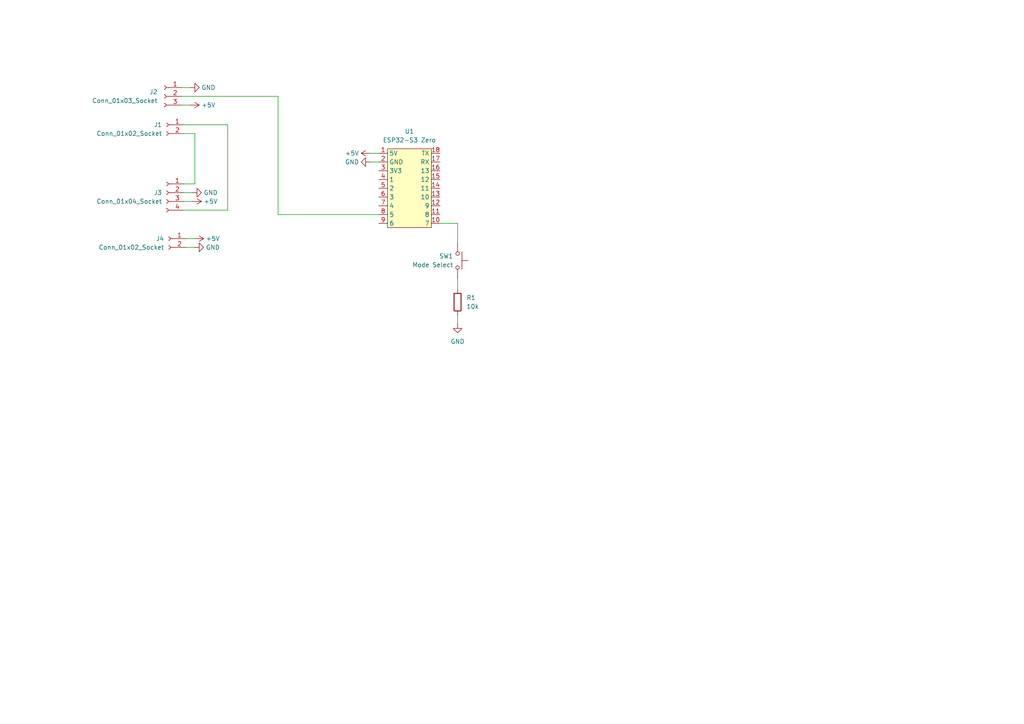
<source format=kicad_sch>
(kicad_sch
	(version 20231120)
	(generator "eeschema")
	(generator_version "8.0")
	(uuid "12834c99-afa6-4024-bfc5-9693ad32b6aa")
	(paper "A4")
	(lib_symbols
		(symbol "Connector:Conn_01x02_Socket"
			(pin_names
				(offset 1.016) hide)
			(exclude_from_sim no)
			(in_bom yes)
			(on_board yes)
			(property "Reference" "J"
				(at 0 2.54 0)
				(effects
					(font
						(size 1.27 1.27)
					)
				)
			)
			(property "Value" "Conn_01x02_Socket"
				(at 0 -5.08 0)
				(effects
					(font
						(size 1.27 1.27)
					)
				)
			)
			(property "Footprint" ""
				(at 0 0 0)
				(effects
					(font
						(size 1.27 1.27)
					)
					(hide yes)
				)
			)
			(property "Datasheet" "~"
				(at 0 0 0)
				(effects
					(font
						(size 1.27 1.27)
					)
					(hide yes)
				)
			)
			(property "Description" "Generic connector, single row, 01x02, script generated"
				(at 0 0 0)
				(effects
					(font
						(size 1.27 1.27)
					)
					(hide yes)
				)
			)
			(property "ki_locked" ""
				(at 0 0 0)
				(effects
					(font
						(size 1.27 1.27)
					)
				)
			)
			(property "ki_keywords" "connector"
				(at 0 0 0)
				(effects
					(font
						(size 1.27 1.27)
					)
					(hide yes)
				)
			)
			(property "ki_fp_filters" "Connector*:*_1x??_*"
				(at 0 0 0)
				(effects
					(font
						(size 1.27 1.27)
					)
					(hide yes)
				)
			)
			(symbol "Conn_01x02_Socket_1_1"
				(arc
					(start 0 -2.032)
					(mid -0.5058 -2.54)
					(end 0 -3.048)
					(stroke
						(width 0.1524)
						(type default)
					)
					(fill
						(type none)
					)
				)
				(polyline
					(pts
						(xy -1.27 -2.54) (xy -0.508 -2.54)
					)
					(stroke
						(width 0.1524)
						(type default)
					)
					(fill
						(type none)
					)
				)
				(polyline
					(pts
						(xy -1.27 0) (xy -0.508 0)
					)
					(stroke
						(width 0.1524)
						(type default)
					)
					(fill
						(type none)
					)
				)
				(arc
					(start 0 0.508)
					(mid -0.5058 0)
					(end 0 -0.508)
					(stroke
						(width 0.1524)
						(type default)
					)
					(fill
						(type none)
					)
				)
				(pin passive line
					(at -5.08 0 0)
					(length 3.81)
					(name "Pin_1"
						(effects
							(font
								(size 1.27 1.27)
							)
						)
					)
					(number "1"
						(effects
							(font
								(size 1.27 1.27)
							)
						)
					)
				)
				(pin passive line
					(at -5.08 -2.54 0)
					(length 3.81)
					(name "Pin_2"
						(effects
							(font
								(size 1.27 1.27)
							)
						)
					)
					(number "2"
						(effects
							(font
								(size 1.27 1.27)
							)
						)
					)
				)
			)
		)
		(symbol "Connector:Conn_01x03_Socket"
			(pin_names
				(offset 1.016) hide)
			(exclude_from_sim no)
			(in_bom yes)
			(on_board yes)
			(property "Reference" "J"
				(at 0 5.08 0)
				(effects
					(font
						(size 1.27 1.27)
					)
				)
			)
			(property "Value" "Conn_01x03_Socket"
				(at 0 -5.08 0)
				(effects
					(font
						(size 1.27 1.27)
					)
				)
			)
			(property "Footprint" ""
				(at 0 0 0)
				(effects
					(font
						(size 1.27 1.27)
					)
					(hide yes)
				)
			)
			(property "Datasheet" "~"
				(at 0 0 0)
				(effects
					(font
						(size 1.27 1.27)
					)
					(hide yes)
				)
			)
			(property "Description" "Generic connector, single row, 01x03, script generated"
				(at 0 0 0)
				(effects
					(font
						(size 1.27 1.27)
					)
					(hide yes)
				)
			)
			(property "ki_locked" ""
				(at 0 0 0)
				(effects
					(font
						(size 1.27 1.27)
					)
				)
			)
			(property "ki_keywords" "connector"
				(at 0 0 0)
				(effects
					(font
						(size 1.27 1.27)
					)
					(hide yes)
				)
			)
			(property "ki_fp_filters" "Connector*:*_1x??_*"
				(at 0 0 0)
				(effects
					(font
						(size 1.27 1.27)
					)
					(hide yes)
				)
			)
			(symbol "Conn_01x03_Socket_1_1"
				(arc
					(start 0 -2.032)
					(mid -0.5058 -2.54)
					(end 0 -3.048)
					(stroke
						(width 0.1524)
						(type default)
					)
					(fill
						(type none)
					)
				)
				(polyline
					(pts
						(xy -1.27 -2.54) (xy -0.508 -2.54)
					)
					(stroke
						(width 0.1524)
						(type default)
					)
					(fill
						(type none)
					)
				)
				(polyline
					(pts
						(xy -1.27 0) (xy -0.508 0)
					)
					(stroke
						(width 0.1524)
						(type default)
					)
					(fill
						(type none)
					)
				)
				(polyline
					(pts
						(xy -1.27 2.54) (xy -0.508 2.54)
					)
					(stroke
						(width 0.1524)
						(type default)
					)
					(fill
						(type none)
					)
				)
				(arc
					(start 0 0.508)
					(mid -0.5058 0)
					(end 0 -0.508)
					(stroke
						(width 0.1524)
						(type default)
					)
					(fill
						(type none)
					)
				)
				(arc
					(start 0 3.048)
					(mid -0.5058 2.54)
					(end 0 2.032)
					(stroke
						(width 0.1524)
						(type default)
					)
					(fill
						(type none)
					)
				)
				(pin passive line
					(at -5.08 2.54 0)
					(length 3.81)
					(name "Pin_1"
						(effects
							(font
								(size 1.27 1.27)
							)
						)
					)
					(number "1"
						(effects
							(font
								(size 1.27 1.27)
							)
						)
					)
				)
				(pin passive line
					(at -5.08 0 0)
					(length 3.81)
					(name "Pin_2"
						(effects
							(font
								(size 1.27 1.27)
							)
						)
					)
					(number "2"
						(effects
							(font
								(size 1.27 1.27)
							)
						)
					)
				)
				(pin passive line
					(at -5.08 -2.54 0)
					(length 3.81)
					(name "Pin_3"
						(effects
							(font
								(size 1.27 1.27)
							)
						)
					)
					(number "3"
						(effects
							(font
								(size 1.27 1.27)
							)
						)
					)
				)
			)
		)
		(symbol "Connector:Conn_01x04_Socket"
			(pin_names
				(offset 1.016) hide)
			(exclude_from_sim no)
			(in_bom yes)
			(on_board yes)
			(property "Reference" "J"
				(at 0 5.08 0)
				(effects
					(font
						(size 1.27 1.27)
					)
				)
			)
			(property "Value" "Conn_01x04_Socket"
				(at 0 -7.62 0)
				(effects
					(font
						(size 1.27 1.27)
					)
				)
			)
			(property "Footprint" ""
				(at 0 0 0)
				(effects
					(font
						(size 1.27 1.27)
					)
					(hide yes)
				)
			)
			(property "Datasheet" "~"
				(at 0 0 0)
				(effects
					(font
						(size 1.27 1.27)
					)
					(hide yes)
				)
			)
			(property "Description" "Generic connector, single row, 01x04, script generated"
				(at 0 0 0)
				(effects
					(font
						(size 1.27 1.27)
					)
					(hide yes)
				)
			)
			(property "ki_locked" ""
				(at 0 0 0)
				(effects
					(font
						(size 1.27 1.27)
					)
				)
			)
			(property "ki_keywords" "connector"
				(at 0 0 0)
				(effects
					(font
						(size 1.27 1.27)
					)
					(hide yes)
				)
			)
			(property "ki_fp_filters" "Connector*:*_1x??_*"
				(at 0 0 0)
				(effects
					(font
						(size 1.27 1.27)
					)
					(hide yes)
				)
			)
			(symbol "Conn_01x04_Socket_1_1"
				(arc
					(start 0 -4.572)
					(mid -0.5058 -5.08)
					(end 0 -5.588)
					(stroke
						(width 0.1524)
						(type default)
					)
					(fill
						(type none)
					)
				)
				(arc
					(start 0 -2.032)
					(mid -0.5058 -2.54)
					(end 0 -3.048)
					(stroke
						(width 0.1524)
						(type default)
					)
					(fill
						(type none)
					)
				)
				(polyline
					(pts
						(xy -1.27 -5.08) (xy -0.508 -5.08)
					)
					(stroke
						(width 0.1524)
						(type default)
					)
					(fill
						(type none)
					)
				)
				(polyline
					(pts
						(xy -1.27 -2.54) (xy -0.508 -2.54)
					)
					(stroke
						(width 0.1524)
						(type default)
					)
					(fill
						(type none)
					)
				)
				(polyline
					(pts
						(xy -1.27 0) (xy -0.508 0)
					)
					(stroke
						(width 0.1524)
						(type default)
					)
					(fill
						(type none)
					)
				)
				(polyline
					(pts
						(xy -1.27 2.54) (xy -0.508 2.54)
					)
					(stroke
						(width 0.1524)
						(type default)
					)
					(fill
						(type none)
					)
				)
				(arc
					(start 0 0.508)
					(mid -0.5058 0)
					(end 0 -0.508)
					(stroke
						(width 0.1524)
						(type default)
					)
					(fill
						(type none)
					)
				)
				(arc
					(start 0 3.048)
					(mid -0.5058 2.54)
					(end 0 2.032)
					(stroke
						(width 0.1524)
						(type default)
					)
					(fill
						(type none)
					)
				)
				(pin passive line
					(at -5.08 2.54 0)
					(length 3.81)
					(name "Pin_1"
						(effects
							(font
								(size 1.27 1.27)
							)
						)
					)
					(number "1"
						(effects
							(font
								(size 1.27 1.27)
							)
						)
					)
				)
				(pin passive line
					(at -5.08 0 0)
					(length 3.81)
					(name "Pin_2"
						(effects
							(font
								(size 1.27 1.27)
							)
						)
					)
					(number "2"
						(effects
							(font
								(size 1.27 1.27)
							)
						)
					)
				)
				(pin passive line
					(at -5.08 -2.54 0)
					(length 3.81)
					(name "Pin_3"
						(effects
							(font
								(size 1.27 1.27)
							)
						)
					)
					(number "3"
						(effects
							(font
								(size 1.27 1.27)
							)
						)
					)
				)
				(pin passive line
					(at -5.08 -5.08 0)
					(length 3.81)
					(name "Pin_4"
						(effects
							(font
								(size 1.27 1.27)
							)
						)
					)
					(number "4"
						(effects
							(font
								(size 1.27 1.27)
							)
						)
					)
				)
			)
		)
		(symbol "Device:R"
			(pin_numbers hide)
			(pin_names
				(offset 0)
			)
			(exclude_from_sim no)
			(in_bom yes)
			(on_board yes)
			(property "Reference" "R"
				(at 2.032 0 90)
				(effects
					(font
						(size 1.27 1.27)
					)
				)
			)
			(property "Value" "R"
				(at 0 0 90)
				(effects
					(font
						(size 1.27 1.27)
					)
				)
			)
			(property "Footprint" ""
				(at -1.778 0 90)
				(effects
					(font
						(size 1.27 1.27)
					)
					(hide yes)
				)
			)
			(property "Datasheet" "~"
				(at 0 0 0)
				(effects
					(font
						(size 1.27 1.27)
					)
					(hide yes)
				)
			)
			(property "Description" "Resistor"
				(at 0 0 0)
				(effects
					(font
						(size 1.27 1.27)
					)
					(hide yes)
				)
			)
			(property "ki_keywords" "R res resistor"
				(at 0 0 0)
				(effects
					(font
						(size 1.27 1.27)
					)
					(hide yes)
				)
			)
			(property "ki_fp_filters" "R_*"
				(at 0 0 0)
				(effects
					(font
						(size 1.27 1.27)
					)
					(hide yes)
				)
			)
			(symbol "R_0_1"
				(rectangle
					(start -1.016 -2.54)
					(end 1.016 2.54)
					(stroke
						(width 0.254)
						(type default)
					)
					(fill
						(type none)
					)
				)
			)
			(symbol "R_1_1"
				(pin passive line
					(at 0 3.81 270)
					(length 1.27)
					(name "~"
						(effects
							(font
								(size 1.27 1.27)
							)
						)
					)
					(number "1"
						(effects
							(font
								(size 1.27 1.27)
							)
						)
					)
				)
				(pin passive line
					(at 0 -3.81 90)
					(length 1.27)
					(name "~"
						(effects
							(font
								(size 1.27 1.27)
							)
						)
					)
					(number "2"
						(effects
							(font
								(size 1.27 1.27)
							)
						)
					)
				)
			)
		)
		(symbol "Hella Bauteile:ESP32-S3_Zero"
			(exclude_from_sim no)
			(in_bom yes)
			(on_board yes)
			(property "Reference" "U"
				(at -5.588 14.986 0)
				(effects
					(font
						(size 1.27 1.27)
					)
				)
			)
			(property "Value" "ESP32-S3 Zero"
				(at 1.27 12.7 0)
				(effects
					(font
						(size 1.27 1.27)
					)
				)
			)
			(property "Footprint" "Hella_Bauteile:ESP32-S3 Mini"
				(at 0 -13.97 0)
				(effects
					(font
						(size 1.27 1.27)
					)
					(hide yes)
				)
			)
			(property "Datasheet" ""
				(at 0 3.81 0)
				(effects
					(font
						(size 1.27 1.27)
					)
					(hide yes)
				)
			)
			(property "Description" ""
				(at 0 3.81 0)
				(effects
					(font
						(size 1.27 1.27)
					)
					(hide yes)
				)
			)
			(property "ki_fp_filters" "Hella_Bauteile:ESP32-S3_Mini"
				(at 0 0 0)
				(effects
					(font
						(size 1.27 1.27)
					)
					(hide yes)
				)
			)
			(symbol "ESP32-S3_Zero_1_1"
				(rectangle
					(start -6.35 11.43)
					(end 6.35 -11.43)
					(stroke
						(width 0)
						(type default)
					)
					(fill
						(type background)
					)
				)
				(pin input line
					(at -8.89 10.16 0)
					(length 2.54)
					(name "5V"
						(effects
							(font
								(size 1.27 1.27)
							)
						)
					)
					(number "1"
						(effects
							(font
								(size 1.27 1.27)
							)
						)
					)
				)
				(pin input line
					(at 8.89 -10.16 180)
					(length 2.54)
					(name "7"
						(effects
							(font
								(size 1.27 1.27)
							)
						)
					)
					(number "10"
						(effects
							(font
								(size 1.27 1.27)
							)
						)
					)
				)
				(pin input line
					(at 8.89 -7.62 180)
					(length 2.54)
					(name "8"
						(effects
							(font
								(size 1.27 1.27)
							)
						)
					)
					(number "11"
						(effects
							(font
								(size 1.27 1.27)
							)
						)
					)
				)
				(pin input line
					(at 8.89 -5.08 180)
					(length 2.54)
					(name "9"
						(effects
							(font
								(size 1.27 1.27)
							)
						)
					)
					(number "12"
						(effects
							(font
								(size 1.27 1.27)
							)
						)
					)
				)
				(pin input line
					(at 8.89 -2.54 180)
					(length 2.54)
					(name "10"
						(effects
							(font
								(size 1.27 1.27)
							)
						)
					)
					(number "13"
						(effects
							(font
								(size 1.27 1.27)
							)
						)
					)
				)
				(pin input line
					(at 8.89 0 180)
					(length 2.54)
					(name "11"
						(effects
							(font
								(size 1.27 1.27)
							)
						)
					)
					(number "14"
						(effects
							(font
								(size 1.27 1.27)
							)
						)
					)
				)
				(pin input line
					(at 8.89 2.54 180)
					(length 2.54)
					(name "12"
						(effects
							(font
								(size 1.27 1.27)
							)
						)
					)
					(number "15"
						(effects
							(font
								(size 1.27 1.27)
							)
						)
					)
				)
				(pin input line
					(at 8.89 5.08 180)
					(length 2.54)
					(name "13"
						(effects
							(font
								(size 1.27 1.27)
							)
						)
					)
					(number "16"
						(effects
							(font
								(size 1.27 1.27)
							)
						)
					)
				)
				(pin input line
					(at 8.89 7.62 180)
					(length 2.54)
					(name "RX"
						(effects
							(font
								(size 1.27 1.27)
							)
						)
					)
					(number "17"
						(effects
							(font
								(size 1.27 1.27)
							)
						)
					)
				)
				(pin input line
					(at 8.89 10.16 180)
					(length 2.54)
					(name "TX"
						(effects
							(font
								(size 1.27 1.27)
							)
						)
					)
					(number "18"
						(effects
							(font
								(size 1.27 1.27)
							)
						)
					)
				)
				(pin input line
					(at -8.89 7.62 0)
					(length 2.54)
					(name "GND"
						(effects
							(font
								(size 1.27 1.27)
							)
						)
					)
					(number "2"
						(effects
							(font
								(size 1.27 1.27)
							)
						)
					)
				)
				(pin input line
					(at -8.89 5.08 0)
					(length 2.54)
					(name "3V3"
						(effects
							(font
								(size 1.27 1.27)
							)
						)
					)
					(number "3"
						(effects
							(font
								(size 1.27 1.27)
							)
						)
					)
				)
				(pin input line
					(at -8.89 2.54 0)
					(length 2.54)
					(name "1"
						(effects
							(font
								(size 1.27 1.27)
							)
						)
					)
					(number "4"
						(effects
							(font
								(size 1.27 1.27)
							)
						)
					)
				)
				(pin input line
					(at -8.89 0 0)
					(length 2.54)
					(name "2"
						(effects
							(font
								(size 1.27 1.27)
							)
						)
					)
					(number "5"
						(effects
							(font
								(size 1.27 1.27)
							)
						)
					)
				)
				(pin input line
					(at -8.89 -2.54 0)
					(length 2.54)
					(name "3"
						(effects
							(font
								(size 1.27 1.27)
							)
						)
					)
					(number "6"
						(effects
							(font
								(size 1.27 1.27)
							)
						)
					)
				)
				(pin input line
					(at -8.89 -5.08 0)
					(length 2.54)
					(name "4"
						(effects
							(font
								(size 1.27 1.27)
							)
						)
					)
					(number "7"
						(effects
							(font
								(size 1.27 1.27)
							)
						)
					)
				)
				(pin input line
					(at -8.89 -7.62 0)
					(length 2.54)
					(name "5"
						(effects
							(font
								(size 1.27 1.27)
							)
						)
					)
					(number "8"
						(effects
							(font
								(size 1.27 1.27)
							)
						)
					)
				)
				(pin input line
					(at -8.89 -10.16 0)
					(length 2.54)
					(name "6"
						(effects
							(font
								(size 1.27 1.27)
							)
						)
					)
					(number "9"
						(effects
							(font
								(size 1.27 1.27)
							)
						)
					)
				)
			)
		)
		(symbol "Switch:SW_Push"
			(pin_numbers hide)
			(pin_names
				(offset 1.016) hide)
			(exclude_from_sim no)
			(in_bom yes)
			(on_board yes)
			(property "Reference" "SW"
				(at 1.27 2.54 0)
				(effects
					(font
						(size 1.27 1.27)
					)
					(justify left)
				)
			)
			(property "Value" "SW_Push"
				(at 0 -1.524 0)
				(effects
					(font
						(size 1.27 1.27)
					)
				)
			)
			(property "Footprint" ""
				(at 0 5.08 0)
				(effects
					(font
						(size 1.27 1.27)
					)
					(hide yes)
				)
			)
			(property "Datasheet" "~"
				(at 0 5.08 0)
				(effects
					(font
						(size 1.27 1.27)
					)
					(hide yes)
				)
			)
			(property "Description" "Push button switch, generic, two pins"
				(at 0 0 0)
				(effects
					(font
						(size 1.27 1.27)
					)
					(hide yes)
				)
			)
			(property "ki_keywords" "switch normally-open pushbutton push-button"
				(at 0 0 0)
				(effects
					(font
						(size 1.27 1.27)
					)
					(hide yes)
				)
			)
			(symbol "SW_Push_0_1"
				(circle
					(center -2.032 0)
					(radius 0.508)
					(stroke
						(width 0)
						(type default)
					)
					(fill
						(type none)
					)
				)
				(polyline
					(pts
						(xy 0 1.27) (xy 0 3.048)
					)
					(stroke
						(width 0)
						(type default)
					)
					(fill
						(type none)
					)
				)
				(polyline
					(pts
						(xy 2.54 1.27) (xy -2.54 1.27)
					)
					(stroke
						(width 0)
						(type default)
					)
					(fill
						(type none)
					)
				)
				(circle
					(center 2.032 0)
					(radius 0.508)
					(stroke
						(width 0)
						(type default)
					)
					(fill
						(type none)
					)
				)
				(pin passive line
					(at -5.08 0 0)
					(length 2.54)
					(name "1"
						(effects
							(font
								(size 1.27 1.27)
							)
						)
					)
					(number "1"
						(effects
							(font
								(size 1.27 1.27)
							)
						)
					)
				)
				(pin passive line
					(at 5.08 0 180)
					(length 2.54)
					(name "2"
						(effects
							(font
								(size 1.27 1.27)
							)
						)
					)
					(number "2"
						(effects
							(font
								(size 1.27 1.27)
							)
						)
					)
				)
			)
		)
		(symbol "power:+5V"
			(power)
			(pin_numbers hide)
			(pin_names
				(offset 0) hide)
			(exclude_from_sim no)
			(in_bom yes)
			(on_board yes)
			(property "Reference" "#PWR"
				(at 0 -3.81 0)
				(effects
					(font
						(size 1.27 1.27)
					)
					(hide yes)
				)
			)
			(property "Value" "+5V"
				(at 0 3.556 0)
				(effects
					(font
						(size 1.27 1.27)
					)
				)
			)
			(property "Footprint" ""
				(at 0 0 0)
				(effects
					(font
						(size 1.27 1.27)
					)
					(hide yes)
				)
			)
			(property "Datasheet" ""
				(at 0 0 0)
				(effects
					(font
						(size 1.27 1.27)
					)
					(hide yes)
				)
			)
			(property "Description" "Power symbol creates a global label with name \"+5V\""
				(at 0 0 0)
				(effects
					(font
						(size 1.27 1.27)
					)
					(hide yes)
				)
			)
			(property "ki_keywords" "global power"
				(at 0 0 0)
				(effects
					(font
						(size 1.27 1.27)
					)
					(hide yes)
				)
			)
			(symbol "+5V_0_1"
				(polyline
					(pts
						(xy -0.762 1.27) (xy 0 2.54)
					)
					(stroke
						(width 0)
						(type default)
					)
					(fill
						(type none)
					)
				)
				(polyline
					(pts
						(xy 0 0) (xy 0 2.54)
					)
					(stroke
						(width 0)
						(type default)
					)
					(fill
						(type none)
					)
				)
				(polyline
					(pts
						(xy 0 2.54) (xy 0.762 1.27)
					)
					(stroke
						(width 0)
						(type default)
					)
					(fill
						(type none)
					)
				)
			)
			(symbol "+5V_1_1"
				(pin power_in line
					(at 0 0 90)
					(length 0)
					(name "~"
						(effects
							(font
								(size 1.27 1.27)
							)
						)
					)
					(number "1"
						(effects
							(font
								(size 1.27 1.27)
							)
						)
					)
				)
			)
		)
		(symbol "power:GND"
			(power)
			(pin_numbers hide)
			(pin_names
				(offset 0) hide)
			(exclude_from_sim no)
			(in_bom yes)
			(on_board yes)
			(property "Reference" "#PWR"
				(at 0 -6.35 0)
				(effects
					(font
						(size 1.27 1.27)
					)
					(hide yes)
				)
			)
			(property "Value" "GND"
				(at 0 -3.81 0)
				(effects
					(font
						(size 1.27 1.27)
					)
				)
			)
			(property "Footprint" ""
				(at 0 0 0)
				(effects
					(font
						(size 1.27 1.27)
					)
					(hide yes)
				)
			)
			(property "Datasheet" ""
				(at 0 0 0)
				(effects
					(font
						(size 1.27 1.27)
					)
					(hide yes)
				)
			)
			(property "Description" "Power symbol creates a global label with name \"GND\" , ground"
				(at 0 0 0)
				(effects
					(font
						(size 1.27 1.27)
					)
					(hide yes)
				)
			)
			(property "ki_keywords" "global power"
				(at 0 0 0)
				(effects
					(font
						(size 1.27 1.27)
					)
					(hide yes)
				)
			)
			(symbol "GND_0_1"
				(polyline
					(pts
						(xy 0 0) (xy 0 -1.27) (xy 1.27 -1.27) (xy 0 -2.54) (xy -1.27 -1.27) (xy 0 -1.27)
					)
					(stroke
						(width 0)
						(type default)
					)
					(fill
						(type none)
					)
				)
			)
			(symbol "GND_1_1"
				(pin power_in line
					(at 0 0 270)
					(length 0)
					(name "~"
						(effects
							(font
								(size 1.27 1.27)
							)
						)
					)
					(number "1"
						(effects
							(font
								(size 1.27 1.27)
							)
						)
					)
				)
			)
		)
	)
	(wire
		(pts
			(xy 53.975 71.755) (xy 56.515 71.755)
		)
		(stroke
			(width 0)
			(type default)
		)
		(uuid "0b3f052c-608f-4ff2-b7b0-9c583e4f14e1")
	)
	(wire
		(pts
			(xy 53.34 55.88) (xy 55.88 55.88)
		)
		(stroke
			(width 0)
			(type default)
		)
		(uuid "0b54b311-f235-4f00-a1d9-8a8a45b63310")
	)
	(wire
		(pts
			(xy 132.715 80.645) (xy 132.715 83.82)
		)
		(stroke
			(width 0)
			(type default)
		)
		(uuid "0facbe17-59ce-4122-940b-91419a5af799")
	)
	(wire
		(pts
			(xy 127.635 64.77) (xy 132.715 64.77)
		)
		(stroke
			(width 0)
			(type default)
		)
		(uuid "1c30a0c9-07b0-4bfb-b11c-70b741e5af7a")
	)
	(wire
		(pts
			(xy 80.645 62.23) (xy 109.855 62.23)
		)
		(stroke
			(width 0)
			(type default)
		)
		(uuid "1d4270b3-a777-4062-b991-348a14ec80d2")
	)
	(wire
		(pts
			(xy 53.34 60.96) (xy 66.04 60.96)
		)
		(stroke
			(width 0)
			(type default)
		)
		(uuid "2b20751e-4914-435a-8a3e-5e11dfaf6b26")
	)
	(wire
		(pts
			(xy 56.515 38.735) (xy 56.515 53.34)
		)
		(stroke
			(width 0)
			(type default)
		)
		(uuid "43a9ed15-2b8e-46d6-ab62-11f00c35bf87")
	)
	(wire
		(pts
			(xy 132.715 91.44) (xy 132.715 93.98)
		)
		(stroke
			(width 0)
			(type default)
		)
		(uuid "4dcad317-bd42-4ac2-b87a-ac6056acfda3")
	)
	(wire
		(pts
			(xy 66.04 60.96) (xy 66.04 36.195)
		)
		(stroke
			(width 0)
			(type default)
		)
		(uuid "586e2a17-a80c-47dd-9584-b206002f05d1")
	)
	(wire
		(pts
			(xy 53.34 38.735) (xy 56.515 38.735)
		)
		(stroke
			(width 0)
			(type default)
		)
		(uuid "660bf19b-a30c-46de-91b9-db1f9cf622ae")
	)
	(wire
		(pts
			(xy 52.705 30.48) (xy 55.245 30.48)
		)
		(stroke
			(width 0)
			(type default)
		)
		(uuid "695d39fe-c621-4ed1-acc0-8141f32d1aa6")
	)
	(wire
		(pts
			(xy 53.975 69.215) (xy 56.515 69.215)
		)
		(stroke
			(width 0)
			(type default)
		)
		(uuid "7bef856e-7e01-4ed5-ad1d-d4b5e0091913")
	)
	(wire
		(pts
			(xy 53.34 58.42) (xy 55.88 58.42)
		)
		(stroke
			(width 0)
			(type default)
		)
		(uuid "7e170626-5e6b-49aa-90a5-8f6c02a21264")
	)
	(wire
		(pts
			(xy 109.855 46.99) (xy 107.315 46.99)
		)
		(stroke
			(width 0)
			(type default)
		)
		(uuid "7f1b5069-a716-4eb7-b9f0-0e1069d61aa0")
	)
	(wire
		(pts
			(xy 109.855 44.45) (xy 107.315 44.45)
		)
		(stroke
			(width 0)
			(type default)
		)
		(uuid "984e1843-8e89-4b9d-84fd-4c986e3a6cec")
	)
	(wire
		(pts
			(xy 52.705 27.94) (xy 80.645 27.94)
		)
		(stroke
			(width 0)
			(type default)
		)
		(uuid "a12da42b-1a58-476f-aeb7-66425b6d54e3")
	)
	(wire
		(pts
			(xy 80.645 27.94) (xy 80.645 62.23)
		)
		(stroke
			(width 0)
			(type default)
		)
		(uuid "bf13deb4-a425-4814-8df0-5781ddce09d0")
	)
	(wire
		(pts
			(xy 56.515 53.34) (xy 53.34 53.34)
		)
		(stroke
			(width 0)
			(type default)
		)
		(uuid "c0c3bf32-35ff-407b-a387-0d23cdd37740")
	)
	(wire
		(pts
			(xy 52.705 25.4) (xy 55.245 25.4)
		)
		(stroke
			(width 0)
			(type default)
		)
		(uuid "e4ce5c72-2ea0-495f-ba00-9ef8c8adf9a4")
	)
	(wire
		(pts
			(xy 132.715 64.77) (xy 132.715 70.485)
		)
		(stroke
			(width 0)
			(type default)
		)
		(uuid "f73e5ebb-632b-44ec-9e13-b8c778a9bebb")
	)
	(wire
		(pts
			(xy 66.04 36.195) (xy 53.34 36.195)
		)
		(stroke
			(width 0)
			(type default)
		)
		(uuid "fb3e1568-f6eb-45d9-972b-bf84bb00329b")
	)
	(symbol
		(lib_id "power:+5V")
		(at 55.245 30.48 270)
		(unit 1)
		(exclude_from_sim no)
		(in_bom yes)
		(on_board yes)
		(dnp no)
		(fields_autoplaced yes)
		(uuid "0b7a7ce8-bc27-417e-a0ab-1a82d6fcdd40")
		(property "Reference" "#PWR04"
			(at 51.435 30.48 0)
			(effects
				(font
					(size 1.27 1.27)
				)
				(hide yes)
			)
		)
		(property "Value" "+5V"
			(at 58.42 30.4799 90)
			(effects
				(font
					(size 1.27 1.27)
				)
				(justify left)
			)
		)
		(property "Footprint" ""
			(at 55.245 30.48 0)
			(effects
				(font
					(size 1.27 1.27)
				)
				(hide yes)
			)
		)
		(property "Datasheet" ""
			(at 55.245 30.48 0)
			(effects
				(font
					(size 1.27 1.27)
				)
				(hide yes)
			)
		)
		(property "Description" "Power symbol creates a global label with name \"+5V\""
			(at 55.245 30.48 0)
			(effects
				(font
					(size 1.27 1.27)
				)
				(hide yes)
			)
		)
		(pin "1"
			(uuid "b09ce1a0-6da8-4b61-a655-a3482b243898")
		)
		(instances
			(project ""
				(path "/12834c99-afa6-4024-bfc5-9693ad32b6aa"
					(reference "#PWR04")
					(unit 1)
				)
			)
		)
	)
	(symbol
		(lib_id "Hella Bauteile:ESP32-S3_Zero")
		(at 118.745 54.61 0)
		(unit 1)
		(exclude_from_sim no)
		(in_bom yes)
		(on_board yes)
		(dnp no)
		(fields_autoplaced yes)
		(uuid "0ec9056b-b9d5-4b6e-98ed-acafc63a3d47")
		(property "Reference" "U1"
			(at 118.745 38.1 0)
			(effects
				(font
					(size 1.27 1.27)
				)
			)
		)
		(property "Value" "ESP32-S3 Zero"
			(at 118.745 40.64 0)
			(effects
				(font
					(size 1.27 1.27)
				)
			)
		)
		(property "Footprint" "Hella_Bauteile:ESP32-S3 Mini"
			(at 118.745 68.58 0)
			(effects
				(font
					(size 1.27 1.27)
				)
				(hide yes)
			)
		)
		(property "Datasheet" ""
			(at 118.745 50.8 0)
			(effects
				(font
					(size 1.27 1.27)
				)
				(hide yes)
			)
		)
		(property "Description" ""
			(at 118.745 50.8 0)
			(effects
				(font
					(size 1.27 1.27)
				)
				(hide yes)
			)
		)
		(pin "17"
			(uuid "86c122b1-dbb3-48c8-ac06-f7e71f8ee080")
		)
		(pin "14"
			(uuid "b57543fb-d9f2-402e-b617-48de58790407")
		)
		(pin "1"
			(uuid "f3bd6ab1-179d-4078-bb3d-a74e171a7c28")
		)
		(pin "5"
			(uuid "c7f83374-4640-463b-b6eb-844597b48775")
		)
		(pin "7"
			(uuid "ed72469f-5041-4f2c-995b-80e3e0a212b8")
		)
		(pin "13"
			(uuid "96a931e1-ddf5-4dac-8369-1fbecc3f9d16")
		)
		(pin "10"
			(uuid "034c3add-7d0f-4cc7-bd87-581f6713dda3")
		)
		(pin "16"
			(uuid "c335b371-7c75-415b-a789-bff918c1c232")
		)
		(pin "12"
			(uuid "d14ffef3-516b-4bf1-bc78-2ddc6df40ad7")
		)
		(pin "8"
			(uuid "863bfd69-a839-4bf9-8bb7-9551f2f3487d")
		)
		(pin "18"
			(uuid "dd41a1a0-cf66-4dc1-ba38-71ae03c950fb")
		)
		(pin "3"
			(uuid "85f308ea-c615-4084-b401-7cef005523f8")
		)
		(pin "2"
			(uuid "d00d93b9-de41-48ea-b5c4-2079e4c1c874")
		)
		(pin "9"
			(uuid "1593d2e2-a5ed-4dac-a161-17698c300c33")
		)
		(pin "6"
			(uuid "31909fe8-7c26-4bbb-9126-4e318c2379ea")
		)
		(pin "11"
			(uuid "6d548797-0a7f-4b0a-a40d-927945b04f77")
		)
		(pin "15"
			(uuid "a3783a53-7737-4456-8229-a56b17a975bd")
		)
		(pin "4"
			(uuid "933bfa7b-477d-4b2b-aa0e-06008b79922f")
		)
		(instances
			(project ""
				(path "/12834c99-afa6-4024-bfc5-9693ad32b6aa"
					(reference "U1")
					(unit 1)
				)
			)
		)
	)
	(symbol
		(lib_id "power:GND")
		(at 55.245 25.4 90)
		(unit 1)
		(exclude_from_sim no)
		(in_bom yes)
		(on_board yes)
		(dnp no)
		(fields_autoplaced yes)
		(uuid "10ff972d-e193-436e-b157-ade21b0ba8a3")
		(property "Reference" "#PWR01"
			(at 61.595 25.4 0)
			(effects
				(font
					(size 1.27 1.27)
				)
				(hide yes)
			)
		)
		(property "Value" "GND"
			(at 58.42 25.3999 90)
			(effects
				(font
					(size 1.27 1.27)
				)
				(justify right)
			)
		)
		(property "Footprint" ""
			(at 55.245 25.4 0)
			(effects
				(font
					(size 1.27 1.27)
				)
				(hide yes)
			)
		)
		(property "Datasheet" ""
			(at 55.245 25.4 0)
			(effects
				(font
					(size 1.27 1.27)
				)
				(hide yes)
			)
		)
		(property "Description" "Power symbol creates a global label with name \"GND\" , ground"
			(at 55.245 25.4 0)
			(effects
				(font
					(size 1.27 1.27)
				)
				(hide yes)
			)
		)
		(pin "1"
			(uuid "76958f86-aa7f-49b8-b9f3-69891bf4ea26")
		)
		(instances
			(project ""
				(path "/12834c99-afa6-4024-bfc5-9693ad32b6aa"
					(reference "#PWR01")
					(unit 1)
				)
			)
		)
	)
	(symbol
		(lib_id "power:GND")
		(at 132.715 93.98 0)
		(unit 1)
		(exclude_from_sim no)
		(in_bom yes)
		(on_board yes)
		(dnp no)
		(fields_autoplaced yes)
		(uuid "2407c859-3993-4566-ad74-02ed8df9be1b")
		(property "Reference" "#PWR09"
			(at 132.715 100.33 0)
			(effects
				(font
					(size 1.27 1.27)
				)
				(hide yes)
			)
		)
		(property "Value" "GND"
			(at 132.715 99.06 0)
			(effects
				(font
					(size 1.27 1.27)
				)
			)
		)
		(property "Footprint" ""
			(at 132.715 93.98 0)
			(effects
				(font
					(size 1.27 1.27)
				)
				(hide yes)
			)
		)
		(property "Datasheet" ""
			(at 132.715 93.98 0)
			(effects
				(font
					(size 1.27 1.27)
				)
				(hide yes)
			)
		)
		(property "Description" "Power symbol creates a global label with name \"GND\" , ground"
			(at 132.715 93.98 0)
			(effects
				(font
					(size 1.27 1.27)
				)
				(hide yes)
			)
		)
		(pin "1"
			(uuid "31a480eb-de4e-42cf-a397-d9eab1b1423a")
		)
		(instances
			(project "ChristmasTreeBrain"
				(path "/12834c99-afa6-4024-bfc5-9693ad32b6aa"
					(reference "#PWR09")
					(unit 1)
				)
			)
		)
	)
	(symbol
		(lib_id "Connector:Conn_01x02_Socket")
		(at 48.895 69.215 0)
		(mirror y)
		(unit 1)
		(exclude_from_sim no)
		(in_bom yes)
		(on_board yes)
		(dnp no)
		(uuid "35518c8a-df4d-4f20-ac84-1af0a300368a")
		(property "Reference" "J4"
			(at 47.625 69.2149 0)
			(effects
				(font
					(size 1.27 1.27)
				)
				(justify left)
			)
		)
		(property "Value" "Conn_01x02_Socket"
			(at 47.625 71.7549 0)
			(effects
				(font
					(size 1.27 1.27)
				)
				(justify left)
			)
		)
		(property "Footprint" "Connector_PinSocket_2.54mm:PinSocket_1x02_P2.54mm_Vertical"
			(at 48.895 69.215 0)
			(effects
				(font
					(size 1.27 1.27)
				)
				(hide yes)
			)
		)
		(property "Datasheet" "~"
			(at 48.895 69.215 0)
			(effects
				(font
					(size 1.27 1.27)
				)
				(hide yes)
			)
		)
		(property "Description" "Generic connector, single row, 01x02, script generated"
			(at 48.895 69.215 0)
			(effects
				(font
					(size 1.27 1.27)
				)
				(hide yes)
			)
		)
		(pin "1"
			(uuid "0c35c1b6-b845-4a58-95db-efa4d0966ca3")
		)
		(pin "2"
			(uuid "dc530b96-8fc8-4aaa-b2c5-e704cd3333c5")
		)
		(instances
			(project ""
				(path "/12834c99-afa6-4024-bfc5-9693ad32b6aa"
					(reference "J4")
					(unit 1)
				)
			)
		)
	)
	(symbol
		(lib_id "power:+5V")
		(at 107.315 44.45 90)
		(unit 1)
		(exclude_from_sim no)
		(in_bom yes)
		(on_board yes)
		(dnp no)
		(fields_autoplaced yes)
		(uuid "3e1fe51d-dc12-486f-8362-d8dff20e6254")
		(property "Reference" "#PWR08"
			(at 111.125 44.45 0)
			(effects
				(font
					(size 1.27 1.27)
				)
				(hide yes)
			)
		)
		(property "Value" "+5V"
			(at 104.14 44.4501 90)
			(effects
				(font
					(size 1.27 1.27)
				)
				(justify left)
			)
		)
		(property "Footprint" ""
			(at 107.315 44.45 0)
			(effects
				(font
					(size 1.27 1.27)
				)
				(hide yes)
			)
		)
		(property "Datasheet" ""
			(at 107.315 44.45 0)
			(effects
				(font
					(size 1.27 1.27)
				)
				(hide yes)
			)
		)
		(property "Description" "Power symbol creates a global label with name \"+5V\""
			(at 107.315 44.45 0)
			(effects
				(font
					(size 1.27 1.27)
				)
				(hide yes)
			)
		)
		(pin "1"
			(uuid "a96a26ff-c100-4030-8377-f088f2f9ba68")
		)
		(instances
			(project "ChristmasTreeBrain"
				(path "/12834c99-afa6-4024-bfc5-9693ad32b6aa"
					(reference "#PWR08")
					(unit 1)
				)
			)
		)
	)
	(symbol
		(lib_id "Switch:SW_Push")
		(at 132.715 75.565 270)
		(mirror x)
		(unit 1)
		(exclude_from_sim no)
		(in_bom yes)
		(on_board yes)
		(dnp no)
		(uuid "58423ce3-f522-42e4-b1ad-c58a87d15114")
		(property "Reference" "SW1"
			(at 131.445 74.2949 90)
			(effects
				(font
					(size 1.27 1.27)
				)
				(justify right)
			)
		)
		(property "Value" "Mode Select"
			(at 131.445 76.8349 90)
			(effects
				(font
					(size 1.27 1.27)
				)
				(justify right)
			)
		)
		(property "Footprint" "Button_Switch_THT:SW_Tactile_SPST_Angled_PTS645Vx83-2LFS"
			(at 137.795 75.565 0)
			(effects
				(font
					(size 1.27 1.27)
				)
				(hide yes)
			)
		)
		(property "Datasheet" "~"
			(at 137.795 75.565 0)
			(effects
				(font
					(size 1.27 1.27)
				)
				(hide yes)
			)
		)
		(property "Description" "Push button switch, generic, two pins"
			(at 132.715 75.565 0)
			(effects
				(font
					(size 1.27 1.27)
				)
				(hide yes)
			)
		)
		(pin "2"
			(uuid "847262f9-f50c-40cf-abd6-93a7e98c4d6d")
		)
		(pin "1"
			(uuid "9265fc59-4c60-4cc5-ac41-5dd83729cf83")
		)
		(instances
			(project "ChristmasTreeBrain"
				(path "/12834c99-afa6-4024-bfc5-9693ad32b6aa"
					(reference "SW1")
					(unit 1)
				)
			)
		)
	)
	(symbol
		(lib_id "power:+5V")
		(at 55.88 58.42 270)
		(unit 1)
		(exclude_from_sim no)
		(in_bom yes)
		(on_board yes)
		(dnp no)
		(fields_autoplaced yes)
		(uuid "5ff3b4e8-3b4d-48ea-9ab2-d4e6634613f2")
		(property "Reference" "#PWR05"
			(at 52.07 58.42 0)
			(effects
				(font
					(size 1.27 1.27)
				)
				(hide yes)
			)
		)
		(property "Value" "+5V"
			(at 59.055 58.4199 90)
			(effects
				(font
					(size 1.27 1.27)
				)
				(justify left)
			)
		)
		(property "Footprint" ""
			(at 55.88 58.42 0)
			(effects
				(font
					(size 1.27 1.27)
				)
				(hide yes)
			)
		)
		(property "Datasheet" ""
			(at 55.88 58.42 0)
			(effects
				(font
					(size 1.27 1.27)
				)
				(hide yes)
			)
		)
		(property "Description" "Power symbol creates a global label with name \"+5V\""
			(at 55.88 58.42 0)
			(effects
				(font
					(size 1.27 1.27)
				)
				(hide yes)
			)
		)
		(pin "1"
			(uuid "d8b83804-b777-4987-847d-9b372bd9b4d6")
		)
		(instances
			(project "ChristmasTreeBrain"
				(path "/12834c99-afa6-4024-bfc5-9693ad32b6aa"
					(reference "#PWR05")
					(unit 1)
				)
			)
		)
	)
	(symbol
		(lib_id "Connector:Conn_01x02_Socket")
		(at 48.26 36.195 0)
		(mirror y)
		(unit 1)
		(exclude_from_sim no)
		(in_bom yes)
		(on_board yes)
		(dnp no)
		(uuid "65890ee6-8fec-4b19-9f90-c93bb6169a63")
		(property "Reference" "J1"
			(at 46.99 36.1949 0)
			(effects
				(font
					(size 1.27 1.27)
				)
				(justify left)
			)
		)
		(property "Value" "Conn_01x02_Socket"
			(at 46.99 38.7349 0)
			(effects
				(font
					(size 1.27 1.27)
				)
				(justify left)
			)
		)
		(property "Footprint" "Connector_PinSocket_2.54mm:PinSocket_1x02_P2.54mm_Vertical"
			(at 48.26 36.195 0)
			(effects
				(font
					(size 1.27 1.27)
				)
				(hide yes)
			)
		)
		(property "Datasheet" "~"
			(at 48.26 36.195 0)
			(effects
				(font
					(size 1.27 1.27)
				)
				(hide yes)
			)
		)
		(property "Description" "Generic connector, single row, 01x02, script generated"
			(at 48.26 36.195 0)
			(effects
				(font
					(size 1.27 1.27)
				)
				(hide yes)
			)
		)
		(pin "1"
			(uuid "70c19a84-5f10-4fe6-8f71-e81ddf4536fe")
		)
		(pin "2"
			(uuid "3d9b38ee-37b9-4592-9161-85f4ad252a54")
		)
		(instances
			(project ""
				(path "/12834c99-afa6-4024-bfc5-9693ad32b6aa"
					(reference "J1")
					(unit 1)
				)
			)
		)
	)
	(symbol
		(lib_id "Device:R")
		(at 132.715 87.63 0)
		(unit 1)
		(exclude_from_sim no)
		(in_bom yes)
		(on_board yes)
		(dnp no)
		(fields_autoplaced yes)
		(uuid "7c9559d7-06c1-43ff-bbc0-5934ac47d07e")
		(property "Reference" "R1"
			(at 135.255 86.3599 0)
			(effects
				(font
					(size 1.27 1.27)
				)
				(justify left)
			)
		)
		(property "Value" "10k"
			(at 135.255 88.8999 0)
			(effects
				(font
					(size 1.27 1.27)
				)
				(justify left)
			)
		)
		(property "Footprint" "Resistor_SMD:R_0805_2012Metric"
			(at 130.937 87.63 90)
			(effects
				(font
					(size 1.27 1.27)
				)
				(hide yes)
			)
		)
		(property "Datasheet" "~"
			(at 132.715 87.63 0)
			(effects
				(font
					(size 1.27 1.27)
				)
				(hide yes)
			)
		)
		(property "Description" "Resistor"
			(at 132.715 87.63 0)
			(effects
				(font
					(size 1.27 1.27)
				)
				(hide yes)
			)
		)
		(pin "1"
			(uuid "d7f1c9bc-652b-4071-a1d5-456e43f60bac")
		)
		(pin "2"
			(uuid "274a4538-61f3-4671-9b30-47bd40356861")
		)
		(instances
			(project "ChristmasTreeBrain"
				(path "/12834c99-afa6-4024-bfc5-9693ad32b6aa"
					(reference "R1")
					(unit 1)
				)
			)
		)
	)
	(symbol
		(lib_id "Connector:Conn_01x03_Socket")
		(at 47.625 27.94 0)
		(mirror y)
		(unit 1)
		(exclude_from_sim no)
		(in_bom yes)
		(on_board yes)
		(dnp no)
		(uuid "7e6a34d2-56d2-4705-98ca-213637621edb")
		(property "Reference" "J2"
			(at 45.72 26.6699 0)
			(effects
				(font
					(size 1.27 1.27)
				)
				(justify left)
			)
		)
		(property "Value" "Conn_01x03_Socket"
			(at 45.72 29.2099 0)
			(effects
				(font
					(size 1.27 1.27)
				)
				(justify left)
			)
		)
		(property "Footprint" "Connector_PinSocket_2.54mm:PinSocket_1x03_P2.54mm_Vertical"
			(at 47.625 27.94 0)
			(effects
				(font
					(size 1.27 1.27)
				)
				(hide yes)
			)
		)
		(property "Datasheet" "~"
			(at 47.625 27.94 0)
			(effects
				(font
					(size 1.27 1.27)
				)
				(hide yes)
			)
		)
		(property "Description" "Generic connector, single row, 01x03, script generated"
			(at 47.625 27.94 0)
			(effects
				(font
					(size 1.27 1.27)
				)
				(hide yes)
			)
		)
		(pin "1"
			(uuid "49e465f5-b10f-49d7-8501-14fa4e6a3e75")
		)
		(pin "2"
			(uuid "ec387216-8f50-47b2-b656-3c600ec4f085")
		)
		(pin "3"
			(uuid "de7e3e8c-9cd7-4e68-ba6d-baf61cf977c1")
		)
		(instances
			(project ""
				(path "/12834c99-afa6-4024-bfc5-9693ad32b6aa"
					(reference "J2")
					(unit 1)
				)
			)
		)
	)
	(symbol
		(lib_id "power:GND")
		(at 55.88 55.88 90)
		(unit 1)
		(exclude_from_sim no)
		(in_bom yes)
		(on_board yes)
		(dnp no)
		(fields_autoplaced yes)
		(uuid "ab4c07e7-eba9-42fd-968e-bb4d4d48a889")
		(property "Reference" "#PWR02"
			(at 62.23 55.88 0)
			(effects
				(font
					(size 1.27 1.27)
				)
				(hide yes)
			)
		)
		(property "Value" "GND"
			(at 59.055 55.8799 90)
			(effects
				(font
					(size 1.27 1.27)
				)
				(justify right)
			)
		)
		(property "Footprint" ""
			(at 55.88 55.88 0)
			(effects
				(font
					(size 1.27 1.27)
				)
				(hide yes)
			)
		)
		(property "Datasheet" ""
			(at 55.88 55.88 0)
			(effects
				(font
					(size 1.27 1.27)
				)
				(hide yes)
			)
		)
		(property "Description" "Power symbol creates a global label with name \"GND\" , ground"
			(at 55.88 55.88 0)
			(effects
				(font
					(size 1.27 1.27)
				)
				(hide yes)
			)
		)
		(pin "1"
			(uuid "d1e17aef-fe5b-4524-803a-511ffd808c57")
		)
		(instances
			(project "ChristmasTreeBrain"
				(path "/12834c99-afa6-4024-bfc5-9693ad32b6aa"
					(reference "#PWR02")
					(unit 1)
				)
			)
		)
	)
	(symbol
		(lib_id "Connector:Conn_01x04_Socket")
		(at 48.26 55.88 0)
		(mirror y)
		(unit 1)
		(exclude_from_sim no)
		(in_bom yes)
		(on_board yes)
		(dnp no)
		(uuid "b8ec7cec-aa0d-4adc-a8e3-5a0f8adfa23c")
		(property "Reference" "J3"
			(at 46.99 55.8799 0)
			(effects
				(font
					(size 1.27 1.27)
				)
				(justify left)
			)
		)
		(property "Value" "Conn_01x04_Socket"
			(at 46.99 58.4199 0)
			(effects
				(font
					(size 1.27 1.27)
				)
				(justify left)
			)
		)
		(property "Footprint" "Connector_PinSocket_2.54mm:PinSocket_1x04_P2.54mm_Vertical"
			(at 48.26 55.88 0)
			(effects
				(font
					(size 1.27 1.27)
				)
				(hide yes)
			)
		)
		(property "Datasheet" "~"
			(at 48.26 55.88 0)
			(effects
				(font
					(size 1.27 1.27)
				)
				(hide yes)
			)
		)
		(property "Description" "Generic connector, single row, 01x04, script generated"
			(at 48.26 55.88 0)
			(effects
				(font
					(size 1.27 1.27)
				)
				(hide yes)
			)
		)
		(pin "3"
			(uuid "dfc22ba0-251f-4864-9def-d71379877ee0")
		)
		(pin "4"
			(uuid "a420bab2-edf4-4a67-a509-446b76fa74c2")
		)
		(pin "2"
			(uuid "821129d0-b839-4eee-92dd-030a172c1b62")
		)
		(pin "1"
			(uuid "babbb2e3-980c-4525-ad30-fb7e1ed61bf3")
		)
		(instances
			(project ""
				(path "/12834c99-afa6-4024-bfc5-9693ad32b6aa"
					(reference "J3")
					(unit 1)
				)
			)
		)
	)
	(symbol
		(lib_id "power:GND")
		(at 107.315 46.99 270)
		(unit 1)
		(exclude_from_sim no)
		(in_bom yes)
		(on_board yes)
		(dnp no)
		(fields_autoplaced yes)
		(uuid "dad4c65d-47b8-4408-9a5e-e024f80d9723")
		(property "Reference" "#PWR07"
			(at 100.965 46.99 0)
			(effects
				(font
					(size 1.27 1.27)
				)
				(hide yes)
			)
		)
		(property "Value" "GND"
			(at 104.14 46.9901 90)
			(effects
				(font
					(size 1.27 1.27)
				)
				(justify right)
			)
		)
		(property "Footprint" ""
			(at 107.315 46.99 0)
			(effects
				(font
					(size 1.27 1.27)
				)
				(hide yes)
			)
		)
		(property "Datasheet" ""
			(at 107.315 46.99 0)
			(effects
				(font
					(size 1.27 1.27)
				)
				(hide yes)
			)
		)
		(property "Description" "Power symbol creates a global label with name \"GND\" , ground"
			(at 107.315 46.99 0)
			(effects
				(font
					(size 1.27 1.27)
				)
				(hide yes)
			)
		)
		(pin "1"
			(uuid "8d6671d7-4829-4924-8ff6-8054e9e806c7")
		)
		(instances
			(project "ChristmasTreeBrain"
				(path "/12834c99-afa6-4024-bfc5-9693ad32b6aa"
					(reference "#PWR07")
					(unit 1)
				)
			)
		)
	)
	(symbol
		(lib_id "power:GND")
		(at 56.515 71.755 90)
		(unit 1)
		(exclude_from_sim no)
		(in_bom yes)
		(on_board yes)
		(dnp no)
		(fields_autoplaced yes)
		(uuid "e17c8aef-dee5-4406-8fec-90deda7d8de8")
		(property "Reference" "#PWR03"
			(at 62.865 71.755 0)
			(effects
				(font
					(size 1.27 1.27)
				)
				(hide yes)
			)
		)
		(property "Value" "GND"
			(at 59.69 71.7549 90)
			(effects
				(font
					(size 1.27 1.27)
				)
				(justify right)
			)
		)
		(property "Footprint" ""
			(at 56.515 71.755 0)
			(effects
				(font
					(size 1.27 1.27)
				)
				(hide yes)
			)
		)
		(property "Datasheet" ""
			(at 56.515 71.755 0)
			(effects
				(font
					(size 1.27 1.27)
				)
				(hide yes)
			)
		)
		(property "Description" "Power symbol creates a global label with name \"GND\" , ground"
			(at 56.515 71.755 0)
			(effects
				(font
					(size 1.27 1.27)
				)
				(hide yes)
			)
		)
		(pin "1"
			(uuid "70aa8063-fc5b-4287-b2a9-77e432e7a537")
		)
		(instances
			(project "ChristmasTreeBrain"
				(path "/12834c99-afa6-4024-bfc5-9693ad32b6aa"
					(reference "#PWR03")
					(unit 1)
				)
			)
		)
	)
	(symbol
		(lib_id "power:+5V")
		(at 56.515 69.215 270)
		(unit 1)
		(exclude_from_sim no)
		(in_bom yes)
		(on_board yes)
		(dnp no)
		(fields_autoplaced yes)
		(uuid "e82f9d07-3c54-454d-b2c1-dcdc97b524a6")
		(property "Reference" "#PWR06"
			(at 52.705 69.215 0)
			(effects
				(font
					(size 1.27 1.27)
				)
				(hide yes)
			)
		)
		(property "Value" "+5V"
			(at 59.69 69.2149 90)
			(effects
				(font
					(size 1.27 1.27)
				)
				(justify left)
			)
		)
		(property "Footprint" ""
			(at 56.515 69.215 0)
			(effects
				(font
					(size 1.27 1.27)
				)
				(hide yes)
			)
		)
		(property "Datasheet" ""
			(at 56.515 69.215 0)
			(effects
				(font
					(size 1.27 1.27)
				)
				(hide yes)
			)
		)
		(property "Description" "Power symbol creates a global label with name \"+5V\""
			(at 56.515 69.215 0)
			(effects
				(font
					(size 1.27 1.27)
				)
				(hide yes)
			)
		)
		(pin "1"
			(uuid "6de339e9-6248-4ed8-bf83-cb87304fb3a7")
		)
		(instances
			(project "ChristmasTreeBrain"
				(path "/12834c99-afa6-4024-bfc5-9693ad32b6aa"
					(reference "#PWR06")
					(unit 1)
				)
			)
		)
	)
	(sheet_instances
		(path "/"
			(page "1")
		)
	)
)

</source>
